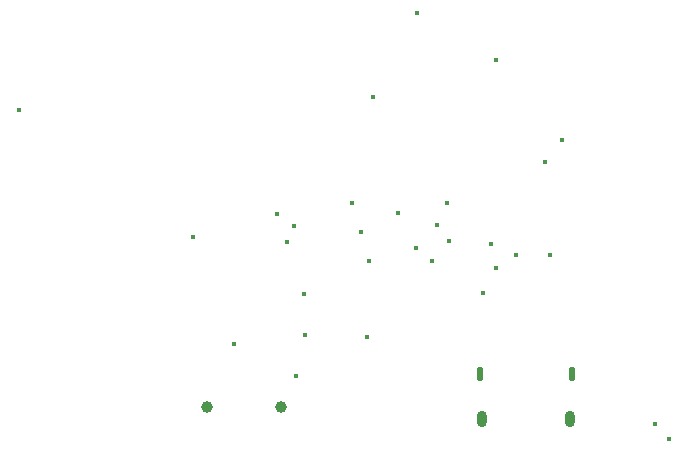
<source format=gbr>
%TF.GenerationSoftware,KiCad,Pcbnew,7.0.2*%
%TF.CreationDate,2023-11-25T19:49:48-03:00*%
%TF.ProjectId,Schematic_monitor,53636865-6d61-4746-9963-5f6d6f6e6974,rev?*%
%TF.SameCoordinates,Original*%
%TF.FileFunction,Plated,1,2,PTH,Mixed*%
%TF.FilePolarity,Positive*%
%FSLAX46Y46*%
G04 Gerber Fmt 4.6, Leading zero omitted, Abs format (unit mm)*
G04 Created by KiCad (PCBNEW 7.0.2) date 2023-11-25 19:49:48*
%MOMM*%
%LPD*%
G01*
G04 APERTURE LIST*
%TA.AperFunction,ViaDrill*%
%ADD10C,0.400000*%
%TD*%
G04 aperture for slot hole*
%TA.AperFunction,ComponentDrill*%
%ADD11O,0.550000X1.200000*%
%TD*%
G04 aperture for slot hole*
%TA.AperFunction,ComponentDrill*%
%ADD12O,0.850000X1.400000*%
%TD*%
%TA.AperFunction,ComponentDrill*%
%ADD13C,1.000000*%
%TD*%
G04 APERTURE END LIST*
D10*
X123920000Y-133180000D03*
X138647920Y-143947841D03*
X142177920Y-152954961D03*
X145767920Y-141987841D03*
X146637920Y-144334961D03*
X147257920Y-142954961D03*
X147357920Y-155714961D03*
X148097920Y-148734961D03*
X148132252Y-152209306D03*
X152104642Y-141042598D03*
X152920000Y-143520000D03*
X153416000Y-152400000D03*
X153580000Y-145960000D03*
X153880000Y-132064961D03*
X156060000Y-141910000D03*
X157530000Y-144810000D03*
X157676440Y-124906440D03*
X158920000Y-145970000D03*
X159347920Y-142934961D03*
X160187920Y-141064961D03*
X160367920Y-144274961D03*
X163207920Y-148654961D03*
X163927920Y-144504961D03*
X164287920Y-128894961D03*
X164307920Y-146524961D03*
X165987920Y-145444961D03*
X168457920Y-137524961D03*
X168910000Y-145470000D03*
X169877920Y-135684961D03*
X177830000Y-159700000D03*
X178940000Y-161000000D03*
D11*
%TO.C,J2*%
X162987920Y-155499961D03*
X170737920Y-155499961D03*
D12*
X163137920Y-159299961D03*
X170587920Y-159299961D03*
D13*
%TO.C,J3*%
X139867920Y-158274961D03*
%TO.C,J4*%
X146117920Y-158314961D03*
M02*

</source>
